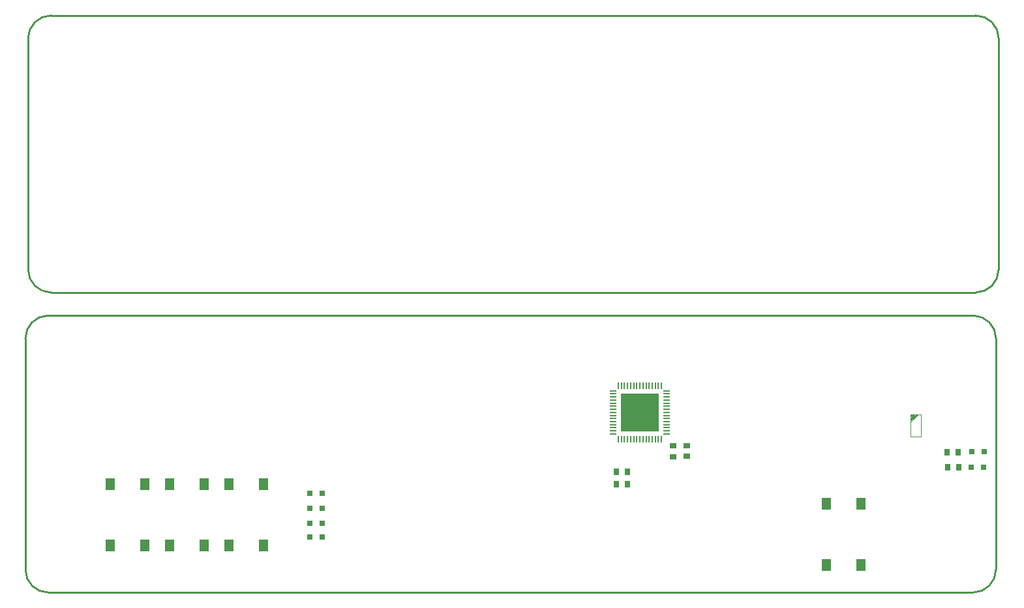
<source format=gbp>
%MOIN*%
%OFA0B0*%
%FSLAX44Y44*%
%IPPOS*%
%LPD*%
%ADD15C,0.01*%
%ADD17C,0.0039370078740157488*%
%ADD18R,0.031496062992125991X0.035433070866141732*%
%ADD25R,0.035433070866141732X0.031496062992125991*%
%ADD77R,0.051181102362204731X0.061019685039370088*%
%ADD78R,0.031496062992125991X0.031496062992125991*%
%ADD79R,0.19488188976377954X0.19488188976377954*%
%ADD80R,0.033070866141732283X0.0086614173228346455*%
%ADD81R,0.0086614173228346455X0.033070866141732283*%
%ADD94C,0.01*%
G01*
G75*
G36*
X00033899Y00012248D02*
X00033175Y00012248D01*
X00033175Y00011523D01*
X00033899Y00011523D01*
X00033899Y00012248D01*
D02*
G37*
G36*
X00033899Y00013224D02*
X00033175Y00013224D01*
X00033175Y00012500D01*
X00033899Y00012500D01*
X00033899Y00013224D01*
D02*
G37*
G36*
X00034875Y00012248D02*
X00034151Y00012248D01*
X00034151Y00011523D01*
X00034875Y00011523D01*
X00034875Y00012248D01*
D02*
G37*
G36*
X00034875Y00013224D02*
X00034151Y00013224D01*
X00034151Y00012500D01*
X00034875Y00012500D01*
X00034875Y00013224D01*
D02*
G37*
D15*
X00003799Y00017331D02*
G03*
X00002618Y00016150J-00001181D01*
G01*
X00052224Y00016150D02*
G03*
X00051043Y00017331I-00001181D01*
G01*
X00051043Y00003158D02*
G03*
X00052224Y00004339J00001181D01*
G01*
X00002618Y00004339D02*
G03*
X00003799Y00003158I00001181D01*
G01*
X00002618Y00004339D02*
X00002618Y00016150D01*
X00003799Y00017321D02*
X00051043Y00017321D01*
X00003799Y00003158D02*
X00051043Y00003158D01*
X00052224Y00004339D02*
X00052224Y00016150D01*
D17*
X00047864Y00012238D02*
X00047903Y00012277D01*
X00047864Y00012198D02*
X00047942Y00012277D01*
X00047864Y00012159D02*
X00047982Y00012277D01*
X00047864Y00012120D02*
X00048021Y00012277D01*
X00047864Y00012080D02*
X00048061Y00012277D01*
X00047864Y00012041D02*
X00048100Y00012277D01*
X00047864Y00012001D02*
X00048139Y00012277D01*
X00047864Y00011962D02*
X00048179Y00012277D01*
X00047864Y00011923D02*
X00048218Y00012277D01*
X00047864Y00011883D02*
X00048257Y00012277D01*
X00047864Y00011127D02*
X00048375Y00011127D01*
X00048375Y00012277D01*
X00047864Y00012277D02*
X00048375Y00012277D01*
X00047864Y00011127D02*
X00047864Y00012277D01*
D18*
X00032824Y00009320D02*
D03*
X00033375Y00009320D02*
D03*
X00032824Y00008700D02*
D03*
X00033375Y00008700D02*
D03*
X00049753Y00009566D02*
D03*
X00050305Y00009566D02*
D03*
X00050285Y00010334D02*
D03*
X00049734Y00010334D02*
D03*
D25*
X00035728Y00010108D02*
D03*
X00035728Y00010659D02*
D03*
X00036427Y00010118D02*
D03*
X00036427Y00010669D02*
D03*
D77*
X00043563Y00007696D02*
D03*
X00043563Y00004566D02*
D03*
X00045334Y00007696D02*
D03*
X00045334Y00004566D02*
D03*
X00008734Y00005573D02*
D03*
X00008734Y00008703D02*
D03*
X00006963Y00005573D02*
D03*
X00006963Y00008703D02*
D03*
X00014788Y00005573D02*
D03*
X00014788Y00008703D02*
D03*
X00013016Y00005573D02*
D03*
X00013016Y00008703D02*
D03*
X00011766Y00005573D02*
D03*
X00011766Y00008703D02*
D03*
X00009994Y00005573D02*
D03*
X00009994Y00008703D02*
D03*
D78*
X00051628Y00010354D02*
D03*
X00050998Y00010354D02*
D03*
X00051599Y00009566D02*
D03*
X00050969Y00009566D02*
D03*
X00017800Y00006712D02*
D03*
X00017170Y00006712D02*
D03*
X00017800Y00007460D02*
D03*
X00017170Y00007460D02*
D03*
X00017800Y00005994D02*
D03*
X00017170Y00005994D02*
D03*
X00017800Y00008218D02*
D03*
X00017170Y00008218D02*
D03*
D79*
X00034025Y00012374D02*
D03*
D80*
X00032669Y00013476D02*
D03*
X00032669Y00013318D02*
D03*
X00032669Y00013161D02*
D03*
X00032669Y00013003D02*
D03*
X00032669Y00012846D02*
D03*
X00032669Y00012688D02*
D03*
X00032669Y00012531D02*
D03*
X00032669Y00012374D02*
D03*
X00032669Y00012216D02*
D03*
X00032669Y00012059D02*
D03*
X00032669Y00011901D02*
D03*
X00032669Y00011744D02*
D03*
X00032669Y00011586D02*
D03*
X00032669Y00011429D02*
D03*
X00032669Y00011271D02*
D03*
X00035381Y00011271D02*
D03*
X00035381Y00011429D02*
D03*
X00035381Y00011586D02*
D03*
X00035381Y00011744D02*
D03*
X00035381Y00011901D02*
D03*
X00035381Y00012059D02*
D03*
X00035381Y00012216D02*
D03*
X00035381Y00012374D02*
D03*
X00035381Y00012531D02*
D03*
X00035381Y00012688D02*
D03*
X00035381Y00012846D02*
D03*
X00035381Y00013003D02*
D03*
X00035381Y00013161D02*
D03*
X00035381Y00013318D02*
D03*
X00035381Y00013476D02*
D03*
D81*
X00035127Y00013730D02*
D03*
X00034970Y00013730D02*
D03*
X00034812Y00013730D02*
D03*
X00034655Y00013730D02*
D03*
X00034498Y00013730D02*
D03*
X00034340Y00013730D02*
D03*
X00034183Y00013730D02*
D03*
X00034025Y00013730D02*
D03*
X00033868Y00013730D02*
D03*
X00033710Y00013730D02*
D03*
X00033553Y00013730D02*
D03*
X00033395Y00013730D02*
D03*
X00033238Y00013730D02*
D03*
X00033080Y00013730D02*
D03*
X00032923Y00013730D02*
D03*
X00032923Y00011017D02*
D03*
X00033080Y00011017D02*
D03*
X00033238Y00011017D02*
D03*
X00033395Y00011017D02*
D03*
X00033553Y00011017D02*
D03*
X00033710Y00011017D02*
D03*
X00033868Y00011017D02*
D03*
X00034025Y00011017D02*
D03*
X00034183Y00011017D02*
D03*
X00034340Y00011017D02*
D03*
X00034498Y00011017D02*
D03*
X00034655Y00011017D02*
D03*
X00034812Y00011017D02*
D03*
X00034970Y00011017D02*
D03*
X00035127Y00011017D02*
D03*
G04 next file*
G04*
G04 #@! TF.GenerationSoftware,Altium Limited,Altium Designer,18.1.9 (240)*
G04*
G04 Layer_Color=128*
G04 skipping 71
G01*
G75*
D94*
X00002755Y00019685D02*
G03*
X00003937Y00018503I00001181D01*
G01*
X00051181Y00018503D02*
G03*
X00052362Y00019685J00001181D01*
G01*
X00052362Y00031496D02*
G03*
X00051181Y00032677I-00001181D01*
G01*
X00003937Y00032677D02*
G03*
X00002755Y00031496J-00001181D01*
G01*
X00052362Y00019685D02*
X00052362Y00031496D01*
X00003937Y00018503D02*
X00051181Y00018503D01*
X00003937Y00032667D02*
X00051181Y00032667D01*
X00002755Y00019685D02*
X00002755Y00031496D01*
M02*
</source>
